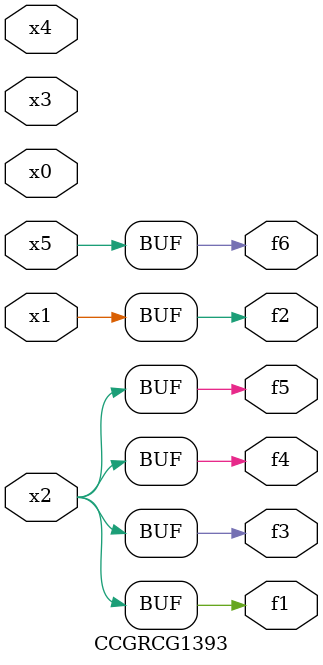
<source format=v>
module CCGRCG1393(
	input x0, x1, x2, x3, x4, x5,
	output f1, f2, f3, f4, f5, f6
);
	assign f1 = x2;
	assign f2 = x1;
	assign f3 = x2;
	assign f4 = x2;
	assign f5 = x2;
	assign f6 = x5;
endmodule

</source>
